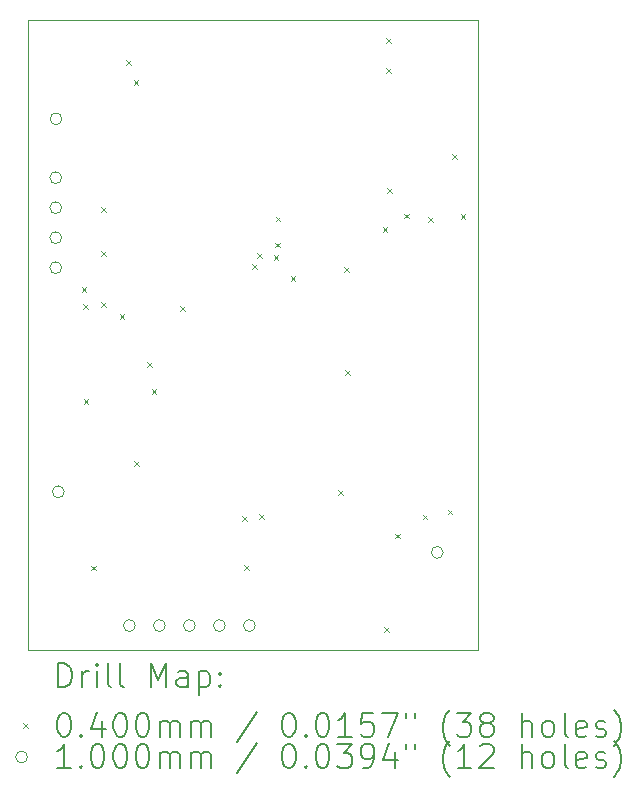
<source format=gbr>
%TF.GenerationSoftware,KiCad,Pcbnew,7.0.10*%
%TF.CreationDate,2024-03-08T11:34:05-05:00*%
%TF.ProjectId,swipe-stack-glove,73776970-652d-4737-9461-636b2d676c6f,1*%
%TF.SameCoordinates,Original*%
%TF.FileFunction,Drillmap*%
%TF.FilePolarity,Positive*%
%FSLAX45Y45*%
G04 Gerber Fmt 4.5, Leading zero omitted, Abs format (unit mm)*
G04 Created by KiCad (PCBNEW 7.0.10) date 2024-03-08 11:34:05*
%MOMM*%
%LPD*%
G01*
G04 APERTURE LIST*
%ADD10C,0.100000*%
%ADD11C,0.200000*%
G04 APERTURE END LIST*
D10*
X13309600Y-7264400D02*
X17119600Y-7264400D01*
X17119600Y-12598400D01*
X13309600Y-12598400D01*
X13309600Y-7264400D01*
D11*
D10*
X13762000Y-9532000D02*
X13802000Y-9572000D01*
X13802000Y-9532000D02*
X13762000Y-9572000D01*
X13778000Y-9675000D02*
X13818000Y-9715000D01*
X13818000Y-9675000D02*
X13778000Y-9715000D01*
X13779000Y-10478000D02*
X13819000Y-10518000D01*
X13819000Y-10478000D02*
X13779000Y-10518000D01*
X13844000Y-11888000D02*
X13884000Y-11928000D01*
X13884000Y-11888000D02*
X13844000Y-11928000D01*
X13924600Y-9657400D02*
X13964600Y-9697400D01*
X13964600Y-9657400D02*
X13924600Y-9697400D01*
X13925000Y-9226000D02*
X13965000Y-9266000D01*
X13965000Y-9226000D02*
X13925000Y-9266000D01*
X13927000Y-8850000D02*
X13967000Y-8890000D01*
X13967000Y-8850000D02*
X13927000Y-8890000D01*
X14083000Y-9758000D02*
X14123000Y-9798000D01*
X14123000Y-9758000D02*
X14083000Y-9798000D01*
X14138000Y-7604000D02*
X14178000Y-7644000D01*
X14178000Y-7604000D02*
X14138000Y-7644000D01*
X14202000Y-7777000D02*
X14242000Y-7817000D01*
X14242000Y-7777000D02*
X14202000Y-7817000D01*
X14206000Y-11005000D02*
X14246000Y-11045000D01*
X14246000Y-11005000D02*
X14206000Y-11045000D01*
X14315451Y-10163766D02*
X14355451Y-10203766D01*
X14355451Y-10163766D02*
X14315451Y-10203766D01*
X14354860Y-10392460D02*
X14394860Y-10432460D01*
X14394860Y-10392460D02*
X14354860Y-10432460D01*
X14599000Y-9692000D02*
X14639000Y-9732000D01*
X14639000Y-9692000D02*
X14599000Y-9732000D01*
X15121000Y-11465000D02*
X15161000Y-11505000D01*
X15161000Y-11465000D02*
X15121000Y-11505000D01*
X15139000Y-11884000D02*
X15179000Y-11924000D01*
X15179000Y-11884000D02*
X15139000Y-11924000D01*
X15208800Y-9333962D02*
X15248800Y-9373962D01*
X15248800Y-9333962D02*
X15208800Y-9373962D01*
X15248672Y-9242328D02*
X15288672Y-9282328D01*
X15288672Y-9242328D02*
X15248672Y-9282328D01*
X15268000Y-11453000D02*
X15308000Y-11493000D01*
X15308000Y-11453000D02*
X15268000Y-11493000D01*
X15386901Y-9258140D02*
X15426901Y-9298140D01*
X15426901Y-9258140D02*
X15386901Y-9298140D01*
X15402000Y-9152000D02*
X15442000Y-9192000D01*
X15442000Y-9152000D02*
X15402000Y-9192000D01*
X15405000Y-8931000D02*
X15445000Y-8971000D01*
X15445000Y-8931000D02*
X15405000Y-8971000D01*
X15532500Y-9436500D02*
X15572500Y-9476500D01*
X15572500Y-9436500D02*
X15532500Y-9476500D01*
X15936000Y-11245000D02*
X15976000Y-11285000D01*
X15976000Y-11245000D02*
X15936000Y-11285000D01*
X15982235Y-9357765D02*
X16022235Y-9397765D01*
X16022235Y-9357765D02*
X15982235Y-9397765D01*
X15993820Y-10234000D02*
X16033820Y-10274000D01*
X16033820Y-10234000D02*
X15993820Y-10274000D01*
X16311000Y-9021000D02*
X16351000Y-9061000D01*
X16351000Y-9021000D02*
X16311000Y-9061000D01*
X16322000Y-12406000D02*
X16362000Y-12446000D01*
X16362000Y-12406000D02*
X16322000Y-12446000D01*
X16337600Y-7422200D02*
X16377600Y-7462200D01*
X16377600Y-7422200D02*
X16337600Y-7462200D01*
X16337600Y-7676200D02*
X16377600Y-7716200D01*
X16377600Y-7676200D02*
X16337600Y-7716200D01*
X16351000Y-8689000D02*
X16391000Y-8729000D01*
X16391000Y-8689000D02*
X16351000Y-8729000D01*
X16417500Y-11615500D02*
X16457500Y-11655500D01*
X16457500Y-11615500D02*
X16417500Y-11655500D01*
X16490000Y-8907000D02*
X16530000Y-8947000D01*
X16530000Y-8907000D02*
X16490000Y-8947000D01*
X16650000Y-11454000D02*
X16690000Y-11494000D01*
X16690000Y-11454000D02*
X16650000Y-11494000D01*
X16696000Y-8937000D02*
X16736000Y-8977000D01*
X16736000Y-8937000D02*
X16696000Y-8977000D01*
X16860000Y-11412000D02*
X16900000Y-11452000D01*
X16900000Y-11412000D02*
X16860000Y-11452000D01*
X16898000Y-8405000D02*
X16938000Y-8445000D01*
X16938000Y-8405000D02*
X16898000Y-8445000D01*
X16972000Y-8912000D02*
X17012000Y-8952000D01*
X17012000Y-8912000D02*
X16972000Y-8952000D01*
X13593000Y-8602000D02*
G75*
G03*
X13493000Y-8602000I-50000J0D01*
G01*
X13493000Y-8602000D02*
G75*
G03*
X13593000Y-8602000I50000J0D01*
G01*
X13593000Y-8856000D02*
G75*
G03*
X13493000Y-8856000I-50000J0D01*
G01*
X13493000Y-8856000D02*
G75*
G03*
X13593000Y-8856000I50000J0D01*
G01*
X13593000Y-9110000D02*
G75*
G03*
X13493000Y-9110000I-50000J0D01*
G01*
X13493000Y-9110000D02*
G75*
G03*
X13593000Y-9110000I50000J0D01*
G01*
X13593000Y-9364000D02*
G75*
G03*
X13493000Y-9364000I-50000J0D01*
G01*
X13493000Y-9364000D02*
G75*
G03*
X13593000Y-9364000I50000J0D01*
G01*
X13595000Y-8104000D02*
G75*
G03*
X13495000Y-8104000I-50000J0D01*
G01*
X13495000Y-8104000D02*
G75*
G03*
X13595000Y-8104000I50000J0D01*
G01*
X13615000Y-11262000D02*
G75*
G03*
X13515000Y-11262000I-50000J0D01*
G01*
X13515000Y-11262000D02*
G75*
G03*
X13615000Y-11262000I50000J0D01*
G01*
X14217000Y-12394000D02*
G75*
G03*
X14117000Y-12394000I-50000J0D01*
G01*
X14117000Y-12394000D02*
G75*
G03*
X14217000Y-12394000I50000J0D01*
G01*
X14471000Y-12394000D02*
G75*
G03*
X14371000Y-12394000I-50000J0D01*
G01*
X14371000Y-12394000D02*
G75*
G03*
X14471000Y-12394000I50000J0D01*
G01*
X14725000Y-12394000D02*
G75*
G03*
X14625000Y-12394000I-50000J0D01*
G01*
X14625000Y-12394000D02*
G75*
G03*
X14725000Y-12394000I50000J0D01*
G01*
X14979000Y-12394000D02*
G75*
G03*
X14879000Y-12394000I-50000J0D01*
G01*
X14879000Y-12394000D02*
G75*
G03*
X14979000Y-12394000I50000J0D01*
G01*
X15233000Y-12394000D02*
G75*
G03*
X15133000Y-12394000I-50000J0D01*
G01*
X15133000Y-12394000D02*
G75*
G03*
X15233000Y-12394000I50000J0D01*
G01*
X16823000Y-11775000D02*
G75*
G03*
X16723000Y-11775000I-50000J0D01*
G01*
X16723000Y-11775000D02*
G75*
G03*
X16823000Y-11775000I50000J0D01*
G01*
D11*
X13565377Y-12914884D02*
X13565377Y-12714884D01*
X13565377Y-12714884D02*
X13612996Y-12714884D01*
X13612996Y-12714884D02*
X13641567Y-12724408D01*
X13641567Y-12724408D02*
X13660615Y-12743455D01*
X13660615Y-12743455D02*
X13670139Y-12762503D01*
X13670139Y-12762503D02*
X13679662Y-12800598D01*
X13679662Y-12800598D02*
X13679662Y-12829169D01*
X13679662Y-12829169D02*
X13670139Y-12867265D01*
X13670139Y-12867265D02*
X13660615Y-12886312D01*
X13660615Y-12886312D02*
X13641567Y-12905360D01*
X13641567Y-12905360D02*
X13612996Y-12914884D01*
X13612996Y-12914884D02*
X13565377Y-12914884D01*
X13765377Y-12914884D02*
X13765377Y-12781550D01*
X13765377Y-12819646D02*
X13774901Y-12800598D01*
X13774901Y-12800598D02*
X13784424Y-12791074D01*
X13784424Y-12791074D02*
X13803472Y-12781550D01*
X13803472Y-12781550D02*
X13822520Y-12781550D01*
X13889186Y-12914884D02*
X13889186Y-12781550D01*
X13889186Y-12714884D02*
X13879662Y-12724408D01*
X13879662Y-12724408D02*
X13889186Y-12733931D01*
X13889186Y-12733931D02*
X13898710Y-12724408D01*
X13898710Y-12724408D02*
X13889186Y-12714884D01*
X13889186Y-12714884D02*
X13889186Y-12733931D01*
X14012996Y-12914884D02*
X13993948Y-12905360D01*
X13993948Y-12905360D02*
X13984424Y-12886312D01*
X13984424Y-12886312D02*
X13984424Y-12714884D01*
X14117758Y-12914884D02*
X14098710Y-12905360D01*
X14098710Y-12905360D02*
X14089186Y-12886312D01*
X14089186Y-12886312D02*
X14089186Y-12714884D01*
X14346329Y-12914884D02*
X14346329Y-12714884D01*
X14346329Y-12714884D02*
X14412996Y-12857741D01*
X14412996Y-12857741D02*
X14479662Y-12714884D01*
X14479662Y-12714884D02*
X14479662Y-12914884D01*
X14660615Y-12914884D02*
X14660615Y-12810122D01*
X14660615Y-12810122D02*
X14651091Y-12791074D01*
X14651091Y-12791074D02*
X14632043Y-12781550D01*
X14632043Y-12781550D02*
X14593948Y-12781550D01*
X14593948Y-12781550D02*
X14574901Y-12791074D01*
X14660615Y-12905360D02*
X14641567Y-12914884D01*
X14641567Y-12914884D02*
X14593948Y-12914884D01*
X14593948Y-12914884D02*
X14574901Y-12905360D01*
X14574901Y-12905360D02*
X14565377Y-12886312D01*
X14565377Y-12886312D02*
X14565377Y-12867265D01*
X14565377Y-12867265D02*
X14574901Y-12848217D01*
X14574901Y-12848217D02*
X14593948Y-12838693D01*
X14593948Y-12838693D02*
X14641567Y-12838693D01*
X14641567Y-12838693D02*
X14660615Y-12829169D01*
X14755853Y-12781550D02*
X14755853Y-12981550D01*
X14755853Y-12791074D02*
X14774901Y-12781550D01*
X14774901Y-12781550D02*
X14812996Y-12781550D01*
X14812996Y-12781550D02*
X14832043Y-12791074D01*
X14832043Y-12791074D02*
X14841567Y-12800598D01*
X14841567Y-12800598D02*
X14851091Y-12819646D01*
X14851091Y-12819646D02*
X14851091Y-12876788D01*
X14851091Y-12876788D02*
X14841567Y-12895836D01*
X14841567Y-12895836D02*
X14832043Y-12905360D01*
X14832043Y-12905360D02*
X14812996Y-12914884D01*
X14812996Y-12914884D02*
X14774901Y-12914884D01*
X14774901Y-12914884D02*
X14755853Y-12905360D01*
X14936805Y-12895836D02*
X14946329Y-12905360D01*
X14946329Y-12905360D02*
X14936805Y-12914884D01*
X14936805Y-12914884D02*
X14927282Y-12905360D01*
X14927282Y-12905360D02*
X14936805Y-12895836D01*
X14936805Y-12895836D02*
X14936805Y-12914884D01*
X14936805Y-12791074D02*
X14946329Y-12800598D01*
X14946329Y-12800598D02*
X14936805Y-12810122D01*
X14936805Y-12810122D02*
X14927282Y-12800598D01*
X14927282Y-12800598D02*
X14936805Y-12791074D01*
X14936805Y-12791074D02*
X14936805Y-12810122D01*
D10*
X13264600Y-13223400D02*
X13304600Y-13263400D01*
X13304600Y-13223400D02*
X13264600Y-13263400D01*
D11*
X13603472Y-13134884D02*
X13622520Y-13134884D01*
X13622520Y-13134884D02*
X13641567Y-13144408D01*
X13641567Y-13144408D02*
X13651091Y-13153931D01*
X13651091Y-13153931D02*
X13660615Y-13172979D01*
X13660615Y-13172979D02*
X13670139Y-13211074D01*
X13670139Y-13211074D02*
X13670139Y-13258693D01*
X13670139Y-13258693D02*
X13660615Y-13296788D01*
X13660615Y-13296788D02*
X13651091Y-13315836D01*
X13651091Y-13315836D02*
X13641567Y-13325360D01*
X13641567Y-13325360D02*
X13622520Y-13334884D01*
X13622520Y-13334884D02*
X13603472Y-13334884D01*
X13603472Y-13334884D02*
X13584424Y-13325360D01*
X13584424Y-13325360D02*
X13574901Y-13315836D01*
X13574901Y-13315836D02*
X13565377Y-13296788D01*
X13565377Y-13296788D02*
X13555853Y-13258693D01*
X13555853Y-13258693D02*
X13555853Y-13211074D01*
X13555853Y-13211074D02*
X13565377Y-13172979D01*
X13565377Y-13172979D02*
X13574901Y-13153931D01*
X13574901Y-13153931D02*
X13584424Y-13144408D01*
X13584424Y-13144408D02*
X13603472Y-13134884D01*
X13755853Y-13315836D02*
X13765377Y-13325360D01*
X13765377Y-13325360D02*
X13755853Y-13334884D01*
X13755853Y-13334884D02*
X13746329Y-13325360D01*
X13746329Y-13325360D02*
X13755853Y-13315836D01*
X13755853Y-13315836D02*
X13755853Y-13334884D01*
X13936805Y-13201550D02*
X13936805Y-13334884D01*
X13889186Y-13125360D02*
X13841567Y-13268217D01*
X13841567Y-13268217D02*
X13965377Y-13268217D01*
X14079662Y-13134884D02*
X14098710Y-13134884D01*
X14098710Y-13134884D02*
X14117758Y-13144408D01*
X14117758Y-13144408D02*
X14127282Y-13153931D01*
X14127282Y-13153931D02*
X14136805Y-13172979D01*
X14136805Y-13172979D02*
X14146329Y-13211074D01*
X14146329Y-13211074D02*
X14146329Y-13258693D01*
X14146329Y-13258693D02*
X14136805Y-13296788D01*
X14136805Y-13296788D02*
X14127282Y-13315836D01*
X14127282Y-13315836D02*
X14117758Y-13325360D01*
X14117758Y-13325360D02*
X14098710Y-13334884D01*
X14098710Y-13334884D02*
X14079662Y-13334884D01*
X14079662Y-13334884D02*
X14060615Y-13325360D01*
X14060615Y-13325360D02*
X14051091Y-13315836D01*
X14051091Y-13315836D02*
X14041567Y-13296788D01*
X14041567Y-13296788D02*
X14032043Y-13258693D01*
X14032043Y-13258693D02*
X14032043Y-13211074D01*
X14032043Y-13211074D02*
X14041567Y-13172979D01*
X14041567Y-13172979D02*
X14051091Y-13153931D01*
X14051091Y-13153931D02*
X14060615Y-13144408D01*
X14060615Y-13144408D02*
X14079662Y-13134884D01*
X14270139Y-13134884D02*
X14289186Y-13134884D01*
X14289186Y-13134884D02*
X14308234Y-13144408D01*
X14308234Y-13144408D02*
X14317758Y-13153931D01*
X14317758Y-13153931D02*
X14327282Y-13172979D01*
X14327282Y-13172979D02*
X14336805Y-13211074D01*
X14336805Y-13211074D02*
X14336805Y-13258693D01*
X14336805Y-13258693D02*
X14327282Y-13296788D01*
X14327282Y-13296788D02*
X14317758Y-13315836D01*
X14317758Y-13315836D02*
X14308234Y-13325360D01*
X14308234Y-13325360D02*
X14289186Y-13334884D01*
X14289186Y-13334884D02*
X14270139Y-13334884D01*
X14270139Y-13334884D02*
X14251091Y-13325360D01*
X14251091Y-13325360D02*
X14241567Y-13315836D01*
X14241567Y-13315836D02*
X14232043Y-13296788D01*
X14232043Y-13296788D02*
X14222520Y-13258693D01*
X14222520Y-13258693D02*
X14222520Y-13211074D01*
X14222520Y-13211074D02*
X14232043Y-13172979D01*
X14232043Y-13172979D02*
X14241567Y-13153931D01*
X14241567Y-13153931D02*
X14251091Y-13144408D01*
X14251091Y-13144408D02*
X14270139Y-13134884D01*
X14422520Y-13334884D02*
X14422520Y-13201550D01*
X14422520Y-13220598D02*
X14432043Y-13211074D01*
X14432043Y-13211074D02*
X14451091Y-13201550D01*
X14451091Y-13201550D02*
X14479663Y-13201550D01*
X14479663Y-13201550D02*
X14498710Y-13211074D01*
X14498710Y-13211074D02*
X14508234Y-13230122D01*
X14508234Y-13230122D02*
X14508234Y-13334884D01*
X14508234Y-13230122D02*
X14517758Y-13211074D01*
X14517758Y-13211074D02*
X14536805Y-13201550D01*
X14536805Y-13201550D02*
X14565377Y-13201550D01*
X14565377Y-13201550D02*
X14584424Y-13211074D01*
X14584424Y-13211074D02*
X14593948Y-13230122D01*
X14593948Y-13230122D02*
X14593948Y-13334884D01*
X14689186Y-13334884D02*
X14689186Y-13201550D01*
X14689186Y-13220598D02*
X14698710Y-13211074D01*
X14698710Y-13211074D02*
X14717758Y-13201550D01*
X14717758Y-13201550D02*
X14746329Y-13201550D01*
X14746329Y-13201550D02*
X14765377Y-13211074D01*
X14765377Y-13211074D02*
X14774901Y-13230122D01*
X14774901Y-13230122D02*
X14774901Y-13334884D01*
X14774901Y-13230122D02*
X14784424Y-13211074D01*
X14784424Y-13211074D02*
X14803472Y-13201550D01*
X14803472Y-13201550D02*
X14832043Y-13201550D01*
X14832043Y-13201550D02*
X14851091Y-13211074D01*
X14851091Y-13211074D02*
X14860615Y-13230122D01*
X14860615Y-13230122D02*
X14860615Y-13334884D01*
X15251091Y-13125360D02*
X15079663Y-13382503D01*
X15508234Y-13134884D02*
X15527282Y-13134884D01*
X15527282Y-13134884D02*
X15546329Y-13144408D01*
X15546329Y-13144408D02*
X15555853Y-13153931D01*
X15555853Y-13153931D02*
X15565377Y-13172979D01*
X15565377Y-13172979D02*
X15574901Y-13211074D01*
X15574901Y-13211074D02*
X15574901Y-13258693D01*
X15574901Y-13258693D02*
X15565377Y-13296788D01*
X15565377Y-13296788D02*
X15555853Y-13315836D01*
X15555853Y-13315836D02*
X15546329Y-13325360D01*
X15546329Y-13325360D02*
X15527282Y-13334884D01*
X15527282Y-13334884D02*
X15508234Y-13334884D01*
X15508234Y-13334884D02*
X15489186Y-13325360D01*
X15489186Y-13325360D02*
X15479663Y-13315836D01*
X15479663Y-13315836D02*
X15470139Y-13296788D01*
X15470139Y-13296788D02*
X15460615Y-13258693D01*
X15460615Y-13258693D02*
X15460615Y-13211074D01*
X15460615Y-13211074D02*
X15470139Y-13172979D01*
X15470139Y-13172979D02*
X15479663Y-13153931D01*
X15479663Y-13153931D02*
X15489186Y-13144408D01*
X15489186Y-13144408D02*
X15508234Y-13134884D01*
X15660615Y-13315836D02*
X15670139Y-13325360D01*
X15670139Y-13325360D02*
X15660615Y-13334884D01*
X15660615Y-13334884D02*
X15651091Y-13325360D01*
X15651091Y-13325360D02*
X15660615Y-13315836D01*
X15660615Y-13315836D02*
X15660615Y-13334884D01*
X15793948Y-13134884D02*
X15812996Y-13134884D01*
X15812996Y-13134884D02*
X15832044Y-13144408D01*
X15832044Y-13144408D02*
X15841567Y-13153931D01*
X15841567Y-13153931D02*
X15851091Y-13172979D01*
X15851091Y-13172979D02*
X15860615Y-13211074D01*
X15860615Y-13211074D02*
X15860615Y-13258693D01*
X15860615Y-13258693D02*
X15851091Y-13296788D01*
X15851091Y-13296788D02*
X15841567Y-13315836D01*
X15841567Y-13315836D02*
X15832044Y-13325360D01*
X15832044Y-13325360D02*
X15812996Y-13334884D01*
X15812996Y-13334884D02*
X15793948Y-13334884D01*
X15793948Y-13334884D02*
X15774901Y-13325360D01*
X15774901Y-13325360D02*
X15765377Y-13315836D01*
X15765377Y-13315836D02*
X15755853Y-13296788D01*
X15755853Y-13296788D02*
X15746329Y-13258693D01*
X15746329Y-13258693D02*
X15746329Y-13211074D01*
X15746329Y-13211074D02*
X15755853Y-13172979D01*
X15755853Y-13172979D02*
X15765377Y-13153931D01*
X15765377Y-13153931D02*
X15774901Y-13144408D01*
X15774901Y-13144408D02*
X15793948Y-13134884D01*
X16051091Y-13334884D02*
X15936806Y-13334884D01*
X15993948Y-13334884D02*
X15993948Y-13134884D01*
X15993948Y-13134884D02*
X15974901Y-13163455D01*
X15974901Y-13163455D02*
X15955853Y-13182503D01*
X15955853Y-13182503D02*
X15936806Y-13192027D01*
X16232044Y-13134884D02*
X16136806Y-13134884D01*
X16136806Y-13134884D02*
X16127282Y-13230122D01*
X16127282Y-13230122D02*
X16136806Y-13220598D01*
X16136806Y-13220598D02*
X16155853Y-13211074D01*
X16155853Y-13211074D02*
X16203472Y-13211074D01*
X16203472Y-13211074D02*
X16222520Y-13220598D01*
X16222520Y-13220598D02*
X16232044Y-13230122D01*
X16232044Y-13230122D02*
X16241567Y-13249169D01*
X16241567Y-13249169D02*
X16241567Y-13296788D01*
X16241567Y-13296788D02*
X16232044Y-13315836D01*
X16232044Y-13315836D02*
X16222520Y-13325360D01*
X16222520Y-13325360D02*
X16203472Y-13334884D01*
X16203472Y-13334884D02*
X16155853Y-13334884D01*
X16155853Y-13334884D02*
X16136806Y-13325360D01*
X16136806Y-13325360D02*
X16127282Y-13315836D01*
X16308234Y-13134884D02*
X16441567Y-13134884D01*
X16441567Y-13134884D02*
X16355853Y-13334884D01*
X16508234Y-13134884D02*
X16508234Y-13172979D01*
X16584425Y-13134884D02*
X16584425Y-13172979D01*
X16879663Y-13411074D02*
X16870139Y-13401550D01*
X16870139Y-13401550D02*
X16851091Y-13372979D01*
X16851091Y-13372979D02*
X16841568Y-13353931D01*
X16841568Y-13353931D02*
X16832044Y-13325360D01*
X16832044Y-13325360D02*
X16822520Y-13277741D01*
X16822520Y-13277741D02*
X16822520Y-13239646D01*
X16822520Y-13239646D02*
X16832044Y-13192027D01*
X16832044Y-13192027D02*
X16841568Y-13163455D01*
X16841568Y-13163455D02*
X16851091Y-13144408D01*
X16851091Y-13144408D02*
X16870139Y-13115836D01*
X16870139Y-13115836D02*
X16879663Y-13106312D01*
X16936806Y-13134884D02*
X17060615Y-13134884D01*
X17060615Y-13134884D02*
X16993949Y-13211074D01*
X16993949Y-13211074D02*
X17022520Y-13211074D01*
X17022520Y-13211074D02*
X17041568Y-13220598D01*
X17041568Y-13220598D02*
X17051091Y-13230122D01*
X17051091Y-13230122D02*
X17060615Y-13249169D01*
X17060615Y-13249169D02*
X17060615Y-13296788D01*
X17060615Y-13296788D02*
X17051091Y-13315836D01*
X17051091Y-13315836D02*
X17041568Y-13325360D01*
X17041568Y-13325360D02*
X17022520Y-13334884D01*
X17022520Y-13334884D02*
X16965377Y-13334884D01*
X16965377Y-13334884D02*
X16946330Y-13325360D01*
X16946330Y-13325360D02*
X16936806Y-13315836D01*
X17174901Y-13220598D02*
X17155853Y-13211074D01*
X17155853Y-13211074D02*
X17146330Y-13201550D01*
X17146330Y-13201550D02*
X17136806Y-13182503D01*
X17136806Y-13182503D02*
X17136806Y-13172979D01*
X17136806Y-13172979D02*
X17146330Y-13153931D01*
X17146330Y-13153931D02*
X17155853Y-13144408D01*
X17155853Y-13144408D02*
X17174901Y-13134884D01*
X17174901Y-13134884D02*
X17212996Y-13134884D01*
X17212996Y-13134884D02*
X17232044Y-13144408D01*
X17232044Y-13144408D02*
X17241568Y-13153931D01*
X17241568Y-13153931D02*
X17251091Y-13172979D01*
X17251091Y-13172979D02*
X17251091Y-13182503D01*
X17251091Y-13182503D02*
X17241568Y-13201550D01*
X17241568Y-13201550D02*
X17232044Y-13211074D01*
X17232044Y-13211074D02*
X17212996Y-13220598D01*
X17212996Y-13220598D02*
X17174901Y-13220598D01*
X17174901Y-13220598D02*
X17155853Y-13230122D01*
X17155853Y-13230122D02*
X17146330Y-13239646D01*
X17146330Y-13239646D02*
X17136806Y-13258693D01*
X17136806Y-13258693D02*
X17136806Y-13296788D01*
X17136806Y-13296788D02*
X17146330Y-13315836D01*
X17146330Y-13315836D02*
X17155853Y-13325360D01*
X17155853Y-13325360D02*
X17174901Y-13334884D01*
X17174901Y-13334884D02*
X17212996Y-13334884D01*
X17212996Y-13334884D02*
X17232044Y-13325360D01*
X17232044Y-13325360D02*
X17241568Y-13315836D01*
X17241568Y-13315836D02*
X17251091Y-13296788D01*
X17251091Y-13296788D02*
X17251091Y-13258693D01*
X17251091Y-13258693D02*
X17241568Y-13239646D01*
X17241568Y-13239646D02*
X17232044Y-13230122D01*
X17232044Y-13230122D02*
X17212996Y-13220598D01*
X17489187Y-13334884D02*
X17489187Y-13134884D01*
X17574901Y-13334884D02*
X17574901Y-13230122D01*
X17574901Y-13230122D02*
X17565377Y-13211074D01*
X17565377Y-13211074D02*
X17546330Y-13201550D01*
X17546330Y-13201550D02*
X17517758Y-13201550D01*
X17517758Y-13201550D02*
X17498711Y-13211074D01*
X17498711Y-13211074D02*
X17489187Y-13220598D01*
X17698711Y-13334884D02*
X17679663Y-13325360D01*
X17679663Y-13325360D02*
X17670139Y-13315836D01*
X17670139Y-13315836D02*
X17660615Y-13296788D01*
X17660615Y-13296788D02*
X17660615Y-13239646D01*
X17660615Y-13239646D02*
X17670139Y-13220598D01*
X17670139Y-13220598D02*
X17679663Y-13211074D01*
X17679663Y-13211074D02*
X17698711Y-13201550D01*
X17698711Y-13201550D02*
X17727282Y-13201550D01*
X17727282Y-13201550D02*
X17746330Y-13211074D01*
X17746330Y-13211074D02*
X17755853Y-13220598D01*
X17755853Y-13220598D02*
X17765377Y-13239646D01*
X17765377Y-13239646D02*
X17765377Y-13296788D01*
X17765377Y-13296788D02*
X17755853Y-13315836D01*
X17755853Y-13315836D02*
X17746330Y-13325360D01*
X17746330Y-13325360D02*
X17727282Y-13334884D01*
X17727282Y-13334884D02*
X17698711Y-13334884D01*
X17879663Y-13334884D02*
X17860615Y-13325360D01*
X17860615Y-13325360D02*
X17851092Y-13306312D01*
X17851092Y-13306312D02*
X17851092Y-13134884D01*
X18032044Y-13325360D02*
X18012996Y-13334884D01*
X18012996Y-13334884D02*
X17974901Y-13334884D01*
X17974901Y-13334884D02*
X17955853Y-13325360D01*
X17955853Y-13325360D02*
X17946330Y-13306312D01*
X17946330Y-13306312D02*
X17946330Y-13230122D01*
X17946330Y-13230122D02*
X17955853Y-13211074D01*
X17955853Y-13211074D02*
X17974901Y-13201550D01*
X17974901Y-13201550D02*
X18012996Y-13201550D01*
X18012996Y-13201550D02*
X18032044Y-13211074D01*
X18032044Y-13211074D02*
X18041568Y-13230122D01*
X18041568Y-13230122D02*
X18041568Y-13249169D01*
X18041568Y-13249169D02*
X17946330Y-13268217D01*
X18117758Y-13325360D02*
X18136806Y-13334884D01*
X18136806Y-13334884D02*
X18174901Y-13334884D01*
X18174901Y-13334884D02*
X18193949Y-13325360D01*
X18193949Y-13325360D02*
X18203473Y-13306312D01*
X18203473Y-13306312D02*
X18203473Y-13296788D01*
X18203473Y-13296788D02*
X18193949Y-13277741D01*
X18193949Y-13277741D02*
X18174901Y-13268217D01*
X18174901Y-13268217D02*
X18146330Y-13268217D01*
X18146330Y-13268217D02*
X18127282Y-13258693D01*
X18127282Y-13258693D02*
X18117758Y-13239646D01*
X18117758Y-13239646D02*
X18117758Y-13230122D01*
X18117758Y-13230122D02*
X18127282Y-13211074D01*
X18127282Y-13211074D02*
X18146330Y-13201550D01*
X18146330Y-13201550D02*
X18174901Y-13201550D01*
X18174901Y-13201550D02*
X18193949Y-13211074D01*
X18270139Y-13411074D02*
X18279663Y-13401550D01*
X18279663Y-13401550D02*
X18298711Y-13372979D01*
X18298711Y-13372979D02*
X18308234Y-13353931D01*
X18308234Y-13353931D02*
X18317758Y-13325360D01*
X18317758Y-13325360D02*
X18327282Y-13277741D01*
X18327282Y-13277741D02*
X18327282Y-13239646D01*
X18327282Y-13239646D02*
X18317758Y-13192027D01*
X18317758Y-13192027D02*
X18308234Y-13163455D01*
X18308234Y-13163455D02*
X18298711Y-13144408D01*
X18298711Y-13144408D02*
X18279663Y-13115836D01*
X18279663Y-13115836D02*
X18270139Y-13106312D01*
D10*
X13304600Y-13507400D02*
G75*
G03*
X13204600Y-13507400I-50000J0D01*
G01*
X13204600Y-13507400D02*
G75*
G03*
X13304600Y-13507400I50000J0D01*
G01*
D11*
X13670139Y-13598884D02*
X13555853Y-13598884D01*
X13612996Y-13598884D02*
X13612996Y-13398884D01*
X13612996Y-13398884D02*
X13593948Y-13427455D01*
X13593948Y-13427455D02*
X13574901Y-13446503D01*
X13574901Y-13446503D02*
X13555853Y-13456027D01*
X13755853Y-13579836D02*
X13765377Y-13589360D01*
X13765377Y-13589360D02*
X13755853Y-13598884D01*
X13755853Y-13598884D02*
X13746329Y-13589360D01*
X13746329Y-13589360D02*
X13755853Y-13579836D01*
X13755853Y-13579836D02*
X13755853Y-13598884D01*
X13889186Y-13398884D02*
X13908234Y-13398884D01*
X13908234Y-13398884D02*
X13927282Y-13408408D01*
X13927282Y-13408408D02*
X13936805Y-13417931D01*
X13936805Y-13417931D02*
X13946329Y-13436979D01*
X13946329Y-13436979D02*
X13955853Y-13475074D01*
X13955853Y-13475074D02*
X13955853Y-13522693D01*
X13955853Y-13522693D02*
X13946329Y-13560788D01*
X13946329Y-13560788D02*
X13936805Y-13579836D01*
X13936805Y-13579836D02*
X13927282Y-13589360D01*
X13927282Y-13589360D02*
X13908234Y-13598884D01*
X13908234Y-13598884D02*
X13889186Y-13598884D01*
X13889186Y-13598884D02*
X13870139Y-13589360D01*
X13870139Y-13589360D02*
X13860615Y-13579836D01*
X13860615Y-13579836D02*
X13851091Y-13560788D01*
X13851091Y-13560788D02*
X13841567Y-13522693D01*
X13841567Y-13522693D02*
X13841567Y-13475074D01*
X13841567Y-13475074D02*
X13851091Y-13436979D01*
X13851091Y-13436979D02*
X13860615Y-13417931D01*
X13860615Y-13417931D02*
X13870139Y-13408408D01*
X13870139Y-13408408D02*
X13889186Y-13398884D01*
X14079662Y-13398884D02*
X14098710Y-13398884D01*
X14098710Y-13398884D02*
X14117758Y-13408408D01*
X14117758Y-13408408D02*
X14127282Y-13417931D01*
X14127282Y-13417931D02*
X14136805Y-13436979D01*
X14136805Y-13436979D02*
X14146329Y-13475074D01*
X14146329Y-13475074D02*
X14146329Y-13522693D01*
X14146329Y-13522693D02*
X14136805Y-13560788D01*
X14136805Y-13560788D02*
X14127282Y-13579836D01*
X14127282Y-13579836D02*
X14117758Y-13589360D01*
X14117758Y-13589360D02*
X14098710Y-13598884D01*
X14098710Y-13598884D02*
X14079662Y-13598884D01*
X14079662Y-13598884D02*
X14060615Y-13589360D01*
X14060615Y-13589360D02*
X14051091Y-13579836D01*
X14051091Y-13579836D02*
X14041567Y-13560788D01*
X14041567Y-13560788D02*
X14032043Y-13522693D01*
X14032043Y-13522693D02*
X14032043Y-13475074D01*
X14032043Y-13475074D02*
X14041567Y-13436979D01*
X14041567Y-13436979D02*
X14051091Y-13417931D01*
X14051091Y-13417931D02*
X14060615Y-13408408D01*
X14060615Y-13408408D02*
X14079662Y-13398884D01*
X14270139Y-13398884D02*
X14289186Y-13398884D01*
X14289186Y-13398884D02*
X14308234Y-13408408D01*
X14308234Y-13408408D02*
X14317758Y-13417931D01*
X14317758Y-13417931D02*
X14327282Y-13436979D01*
X14327282Y-13436979D02*
X14336805Y-13475074D01*
X14336805Y-13475074D02*
X14336805Y-13522693D01*
X14336805Y-13522693D02*
X14327282Y-13560788D01*
X14327282Y-13560788D02*
X14317758Y-13579836D01*
X14317758Y-13579836D02*
X14308234Y-13589360D01*
X14308234Y-13589360D02*
X14289186Y-13598884D01*
X14289186Y-13598884D02*
X14270139Y-13598884D01*
X14270139Y-13598884D02*
X14251091Y-13589360D01*
X14251091Y-13589360D02*
X14241567Y-13579836D01*
X14241567Y-13579836D02*
X14232043Y-13560788D01*
X14232043Y-13560788D02*
X14222520Y-13522693D01*
X14222520Y-13522693D02*
X14222520Y-13475074D01*
X14222520Y-13475074D02*
X14232043Y-13436979D01*
X14232043Y-13436979D02*
X14241567Y-13417931D01*
X14241567Y-13417931D02*
X14251091Y-13408408D01*
X14251091Y-13408408D02*
X14270139Y-13398884D01*
X14422520Y-13598884D02*
X14422520Y-13465550D01*
X14422520Y-13484598D02*
X14432043Y-13475074D01*
X14432043Y-13475074D02*
X14451091Y-13465550D01*
X14451091Y-13465550D02*
X14479663Y-13465550D01*
X14479663Y-13465550D02*
X14498710Y-13475074D01*
X14498710Y-13475074D02*
X14508234Y-13494122D01*
X14508234Y-13494122D02*
X14508234Y-13598884D01*
X14508234Y-13494122D02*
X14517758Y-13475074D01*
X14517758Y-13475074D02*
X14536805Y-13465550D01*
X14536805Y-13465550D02*
X14565377Y-13465550D01*
X14565377Y-13465550D02*
X14584424Y-13475074D01*
X14584424Y-13475074D02*
X14593948Y-13494122D01*
X14593948Y-13494122D02*
X14593948Y-13598884D01*
X14689186Y-13598884D02*
X14689186Y-13465550D01*
X14689186Y-13484598D02*
X14698710Y-13475074D01*
X14698710Y-13475074D02*
X14717758Y-13465550D01*
X14717758Y-13465550D02*
X14746329Y-13465550D01*
X14746329Y-13465550D02*
X14765377Y-13475074D01*
X14765377Y-13475074D02*
X14774901Y-13494122D01*
X14774901Y-13494122D02*
X14774901Y-13598884D01*
X14774901Y-13494122D02*
X14784424Y-13475074D01*
X14784424Y-13475074D02*
X14803472Y-13465550D01*
X14803472Y-13465550D02*
X14832043Y-13465550D01*
X14832043Y-13465550D02*
X14851091Y-13475074D01*
X14851091Y-13475074D02*
X14860615Y-13494122D01*
X14860615Y-13494122D02*
X14860615Y-13598884D01*
X15251091Y-13389360D02*
X15079663Y-13646503D01*
X15508234Y-13398884D02*
X15527282Y-13398884D01*
X15527282Y-13398884D02*
X15546329Y-13408408D01*
X15546329Y-13408408D02*
X15555853Y-13417931D01*
X15555853Y-13417931D02*
X15565377Y-13436979D01*
X15565377Y-13436979D02*
X15574901Y-13475074D01*
X15574901Y-13475074D02*
X15574901Y-13522693D01*
X15574901Y-13522693D02*
X15565377Y-13560788D01*
X15565377Y-13560788D02*
X15555853Y-13579836D01*
X15555853Y-13579836D02*
X15546329Y-13589360D01*
X15546329Y-13589360D02*
X15527282Y-13598884D01*
X15527282Y-13598884D02*
X15508234Y-13598884D01*
X15508234Y-13598884D02*
X15489186Y-13589360D01*
X15489186Y-13589360D02*
X15479663Y-13579836D01*
X15479663Y-13579836D02*
X15470139Y-13560788D01*
X15470139Y-13560788D02*
X15460615Y-13522693D01*
X15460615Y-13522693D02*
X15460615Y-13475074D01*
X15460615Y-13475074D02*
X15470139Y-13436979D01*
X15470139Y-13436979D02*
X15479663Y-13417931D01*
X15479663Y-13417931D02*
X15489186Y-13408408D01*
X15489186Y-13408408D02*
X15508234Y-13398884D01*
X15660615Y-13579836D02*
X15670139Y-13589360D01*
X15670139Y-13589360D02*
X15660615Y-13598884D01*
X15660615Y-13598884D02*
X15651091Y-13589360D01*
X15651091Y-13589360D02*
X15660615Y-13579836D01*
X15660615Y-13579836D02*
X15660615Y-13598884D01*
X15793948Y-13398884D02*
X15812996Y-13398884D01*
X15812996Y-13398884D02*
X15832044Y-13408408D01*
X15832044Y-13408408D02*
X15841567Y-13417931D01*
X15841567Y-13417931D02*
X15851091Y-13436979D01*
X15851091Y-13436979D02*
X15860615Y-13475074D01*
X15860615Y-13475074D02*
X15860615Y-13522693D01*
X15860615Y-13522693D02*
X15851091Y-13560788D01*
X15851091Y-13560788D02*
X15841567Y-13579836D01*
X15841567Y-13579836D02*
X15832044Y-13589360D01*
X15832044Y-13589360D02*
X15812996Y-13598884D01*
X15812996Y-13598884D02*
X15793948Y-13598884D01*
X15793948Y-13598884D02*
X15774901Y-13589360D01*
X15774901Y-13589360D02*
X15765377Y-13579836D01*
X15765377Y-13579836D02*
X15755853Y-13560788D01*
X15755853Y-13560788D02*
X15746329Y-13522693D01*
X15746329Y-13522693D02*
X15746329Y-13475074D01*
X15746329Y-13475074D02*
X15755853Y-13436979D01*
X15755853Y-13436979D02*
X15765377Y-13417931D01*
X15765377Y-13417931D02*
X15774901Y-13408408D01*
X15774901Y-13408408D02*
X15793948Y-13398884D01*
X15927282Y-13398884D02*
X16051091Y-13398884D01*
X16051091Y-13398884D02*
X15984425Y-13475074D01*
X15984425Y-13475074D02*
X16012996Y-13475074D01*
X16012996Y-13475074D02*
X16032044Y-13484598D01*
X16032044Y-13484598D02*
X16041567Y-13494122D01*
X16041567Y-13494122D02*
X16051091Y-13513169D01*
X16051091Y-13513169D02*
X16051091Y-13560788D01*
X16051091Y-13560788D02*
X16041567Y-13579836D01*
X16041567Y-13579836D02*
X16032044Y-13589360D01*
X16032044Y-13589360D02*
X16012996Y-13598884D01*
X16012996Y-13598884D02*
X15955853Y-13598884D01*
X15955853Y-13598884D02*
X15936806Y-13589360D01*
X15936806Y-13589360D02*
X15927282Y-13579836D01*
X16146329Y-13598884D02*
X16184425Y-13598884D01*
X16184425Y-13598884D02*
X16203472Y-13589360D01*
X16203472Y-13589360D02*
X16212996Y-13579836D01*
X16212996Y-13579836D02*
X16232044Y-13551265D01*
X16232044Y-13551265D02*
X16241567Y-13513169D01*
X16241567Y-13513169D02*
X16241567Y-13436979D01*
X16241567Y-13436979D02*
X16232044Y-13417931D01*
X16232044Y-13417931D02*
X16222520Y-13408408D01*
X16222520Y-13408408D02*
X16203472Y-13398884D01*
X16203472Y-13398884D02*
X16165377Y-13398884D01*
X16165377Y-13398884D02*
X16146329Y-13408408D01*
X16146329Y-13408408D02*
X16136806Y-13417931D01*
X16136806Y-13417931D02*
X16127282Y-13436979D01*
X16127282Y-13436979D02*
X16127282Y-13484598D01*
X16127282Y-13484598D02*
X16136806Y-13503646D01*
X16136806Y-13503646D02*
X16146329Y-13513169D01*
X16146329Y-13513169D02*
X16165377Y-13522693D01*
X16165377Y-13522693D02*
X16203472Y-13522693D01*
X16203472Y-13522693D02*
X16222520Y-13513169D01*
X16222520Y-13513169D02*
X16232044Y-13503646D01*
X16232044Y-13503646D02*
X16241567Y-13484598D01*
X16412996Y-13465550D02*
X16412996Y-13598884D01*
X16365377Y-13389360D02*
X16317758Y-13532217D01*
X16317758Y-13532217D02*
X16441567Y-13532217D01*
X16508234Y-13398884D02*
X16508234Y-13436979D01*
X16584425Y-13398884D02*
X16584425Y-13436979D01*
X16879663Y-13675074D02*
X16870139Y-13665550D01*
X16870139Y-13665550D02*
X16851091Y-13636979D01*
X16851091Y-13636979D02*
X16841568Y-13617931D01*
X16841568Y-13617931D02*
X16832044Y-13589360D01*
X16832044Y-13589360D02*
X16822520Y-13541741D01*
X16822520Y-13541741D02*
X16822520Y-13503646D01*
X16822520Y-13503646D02*
X16832044Y-13456027D01*
X16832044Y-13456027D02*
X16841568Y-13427455D01*
X16841568Y-13427455D02*
X16851091Y-13408408D01*
X16851091Y-13408408D02*
X16870139Y-13379836D01*
X16870139Y-13379836D02*
X16879663Y-13370312D01*
X17060615Y-13598884D02*
X16946330Y-13598884D01*
X17003472Y-13598884D02*
X17003472Y-13398884D01*
X17003472Y-13398884D02*
X16984425Y-13427455D01*
X16984425Y-13427455D02*
X16965377Y-13446503D01*
X16965377Y-13446503D02*
X16946330Y-13456027D01*
X17136806Y-13417931D02*
X17146330Y-13408408D01*
X17146330Y-13408408D02*
X17165377Y-13398884D01*
X17165377Y-13398884D02*
X17212996Y-13398884D01*
X17212996Y-13398884D02*
X17232044Y-13408408D01*
X17232044Y-13408408D02*
X17241568Y-13417931D01*
X17241568Y-13417931D02*
X17251091Y-13436979D01*
X17251091Y-13436979D02*
X17251091Y-13456027D01*
X17251091Y-13456027D02*
X17241568Y-13484598D01*
X17241568Y-13484598D02*
X17127282Y-13598884D01*
X17127282Y-13598884D02*
X17251091Y-13598884D01*
X17489187Y-13598884D02*
X17489187Y-13398884D01*
X17574901Y-13598884D02*
X17574901Y-13494122D01*
X17574901Y-13494122D02*
X17565377Y-13475074D01*
X17565377Y-13475074D02*
X17546330Y-13465550D01*
X17546330Y-13465550D02*
X17517758Y-13465550D01*
X17517758Y-13465550D02*
X17498711Y-13475074D01*
X17498711Y-13475074D02*
X17489187Y-13484598D01*
X17698711Y-13598884D02*
X17679663Y-13589360D01*
X17679663Y-13589360D02*
X17670139Y-13579836D01*
X17670139Y-13579836D02*
X17660615Y-13560788D01*
X17660615Y-13560788D02*
X17660615Y-13503646D01*
X17660615Y-13503646D02*
X17670139Y-13484598D01*
X17670139Y-13484598D02*
X17679663Y-13475074D01*
X17679663Y-13475074D02*
X17698711Y-13465550D01*
X17698711Y-13465550D02*
X17727282Y-13465550D01*
X17727282Y-13465550D02*
X17746330Y-13475074D01*
X17746330Y-13475074D02*
X17755853Y-13484598D01*
X17755853Y-13484598D02*
X17765377Y-13503646D01*
X17765377Y-13503646D02*
X17765377Y-13560788D01*
X17765377Y-13560788D02*
X17755853Y-13579836D01*
X17755853Y-13579836D02*
X17746330Y-13589360D01*
X17746330Y-13589360D02*
X17727282Y-13598884D01*
X17727282Y-13598884D02*
X17698711Y-13598884D01*
X17879663Y-13598884D02*
X17860615Y-13589360D01*
X17860615Y-13589360D02*
X17851092Y-13570312D01*
X17851092Y-13570312D02*
X17851092Y-13398884D01*
X18032044Y-13589360D02*
X18012996Y-13598884D01*
X18012996Y-13598884D02*
X17974901Y-13598884D01*
X17974901Y-13598884D02*
X17955853Y-13589360D01*
X17955853Y-13589360D02*
X17946330Y-13570312D01*
X17946330Y-13570312D02*
X17946330Y-13494122D01*
X17946330Y-13494122D02*
X17955853Y-13475074D01*
X17955853Y-13475074D02*
X17974901Y-13465550D01*
X17974901Y-13465550D02*
X18012996Y-13465550D01*
X18012996Y-13465550D02*
X18032044Y-13475074D01*
X18032044Y-13475074D02*
X18041568Y-13494122D01*
X18041568Y-13494122D02*
X18041568Y-13513169D01*
X18041568Y-13513169D02*
X17946330Y-13532217D01*
X18117758Y-13589360D02*
X18136806Y-13598884D01*
X18136806Y-13598884D02*
X18174901Y-13598884D01*
X18174901Y-13598884D02*
X18193949Y-13589360D01*
X18193949Y-13589360D02*
X18203473Y-13570312D01*
X18203473Y-13570312D02*
X18203473Y-13560788D01*
X18203473Y-13560788D02*
X18193949Y-13541741D01*
X18193949Y-13541741D02*
X18174901Y-13532217D01*
X18174901Y-13532217D02*
X18146330Y-13532217D01*
X18146330Y-13532217D02*
X18127282Y-13522693D01*
X18127282Y-13522693D02*
X18117758Y-13503646D01*
X18117758Y-13503646D02*
X18117758Y-13494122D01*
X18117758Y-13494122D02*
X18127282Y-13475074D01*
X18127282Y-13475074D02*
X18146330Y-13465550D01*
X18146330Y-13465550D02*
X18174901Y-13465550D01*
X18174901Y-13465550D02*
X18193949Y-13475074D01*
X18270139Y-13675074D02*
X18279663Y-13665550D01*
X18279663Y-13665550D02*
X18298711Y-13636979D01*
X18298711Y-13636979D02*
X18308234Y-13617931D01*
X18308234Y-13617931D02*
X18317758Y-13589360D01*
X18317758Y-13589360D02*
X18327282Y-13541741D01*
X18327282Y-13541741D02*
X18327282Y-13503646D01*
X18327282Y-13503646D02*
X18317758Y-13456027D01*
X18317758Y-13456027D02*
X18308234Y-13427455D01*
X18308234Y-13427455D02*
X18298711Y-13408408D01*
X18298711Y-13408408D02*
X18279663Y-13379836D01*
X18279663Y-13379836D02*
X18270139Y-13370312D01*
M02*

</source>
